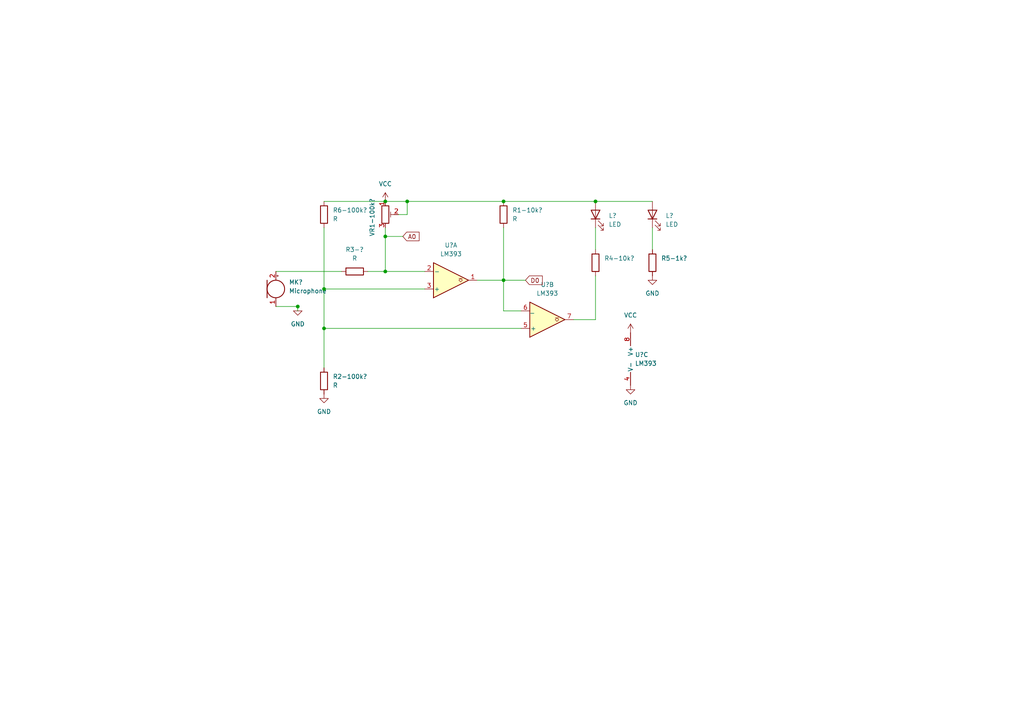
<source format=kicad_sch>
(kicad_sch (version 20211123) (generator eeschema)
  (paper "A4")
  (lib_symbols
    (symbol "Comparator:LM393" (pin_names (offset 0.127))
      (property "Reference" "U" (at 3.81 3.81 0))
      (property "Value" "LM393" (at 6.35 -3.81 0))
      (symbol "LM393_1_1"
        (polyline (pts (xy -5.08 5.08) (xy 5.08 0) (xy -5.08 -5.08) (xy -5.08 5.08)) (stroke (width 0.254)) (fill (type background)))
        (polyline (pts (xy 3.302 -0.508) (xy 2.794 -0.508) (xy 3.302 0) (xy 2.794 0.508) (xy 2.286 0) (xy 2.794 -0.508) (xy 2.286 -0.508)) (stroke (width 0.127)))
        (pin open_collector line (at 7.62 0 180) (length 2.54) (name "~") (number "1"))
        (pin input line (at -7.62 -2.54 0) (length 2.54) (name "-") (number "2"))
        (pin input line (at -7.62 2.54 0) (length 2.54) (name "+") (number "3"))
      )
      (symbol "LM393_2_1"
        (polyline (pts (xy -5.08 5.08) (xy 5.08 0) (xy -5.08 -5.08) (xy -5.08 5.08)) (stroke (width 0.254)) (fill (type background)))
        (polyline (pts (xy 3.302 -0.508) (xy 2.794 -0.508) (xy 3.302 0) (xy 2.794 0.508) (xy 2.286 0) (xy 2.794 -0.508) (xy 2.286 -0.508)) (stroke (width 0.127)))
        (pin input line (at -7.62 2.54 0) (length 2.54) (name "+") (number "5"))
        (pin input line (at -7.62 -2.54 0) (length 2.54) (name "_") (number "6"))
        (pin open_collector line (at 7.62 0 180) (length 2.54) (name "~") (number "7"))
      )
      (symbol "LM393_3_1"
        (pin power_in line (at -2.54 -7.62 90) (length 3.81) (name "V-") (number "4"))
        (pin power_in line (at -2.54 7.62 270) (length 3.81) (name "V+") (number "8"))
      )
    )
    (symbol "Device:LED" (pin_numbers hide) (pin_names (offset 1.016) hide)
      (property "Reference" "D" (at 0 2.54 0))
      (property "Value" "LED" (at 0 -2.54 0))
      (symbol "LED_0_1"
        (polyline (pts (xy -1.27 -1.27) (xy -1.27 1.27)) (stroke (width 0.254)))
        (polyline (pts (xy -1.27 0) (xy 1.27 0)))
        (polyline (pts (xy 1.27 -1.27) (xy 1.27 1.27) (xy -1.27 0) (xy 1.27 -1.27)) (stroke (width 0.254)))
        (polyline (pts (xy -3.048 -0.762) (xy -4.572 -2.286) (xy -3.81 -2.286) (xy -4.572 -2.286) (xy -4.572 -1.524)))
        (polyline (pts (xy -1.778 -0.762) (xy -3.302 -2.286) (xy -2.54 -2.286) (xy -3.302 -2.286) (xy -3.302 -1.524)))
      )
      (symbol "LED_1_1"
        (pin passive line (at -3.81 0 0) (length 2.54) (name "K") (number "1"))
        (pin passive line (at 3.81 0 180) (length 2.54) (name "A") (number "2"))
      )
    )
    (symbol "Device:Microphone" (pin_names (offset 0.0254) hide)
      (property "Reference" "MK" (at -3.81 1.27 0))
      (property "Value" "Microphone" (at -3.81 -0.635 0))
      (symbol "Microphone_0_1"
        (polyline (pts (xy -2.54 2.54) (xy -2.54 -2.54)) (stroke (width 0.254)))
        (polyline (pts (xy 0.254 3.81) (xy 0.762 3.81)))
        (polyline (pts (xy 0.508 4.064) (xy 0.508 3.556)))
        (circle (center 0 0) (radius 2.54) (stroke (width 0.254)))
      )
      (symbol "Microphone_1_1"
        (pin passive line (at 0 -5.08 90) (length 2.54) (name "-") (number "1"))
        (pin passive line (at 0 5.08 270) (length 2.54) (name "+") (number "2"))
      )
    )
    (symbol "Device:R" (pin_numbers hide) (pin_names (offset 0))
      (property "Reference" "R" (at 2.032 0 90))
      (property "Value" "R" (at 0 0 90))
      (symbol "R_0_1"
        (rectangle (start -1.016 -2.54) (end 1.016 2.54) (stroke (width 0.254)))
      )
      (symbol "R_1_1"
        (pin passive line (at 0 3.81 270) (length 1.27) (name "~") (number "1"))
        (pin passive line (at 0 -3.81 90) (length 1.27) (name "~") (number "2"))
      )
    )
    (symbol "Device:R_Potentiometer_Trim" (pin_names (offset 1.016) hide)
      (property "Reference" "RV" (at -4.445 0 90))
      (property "Value" "R_Potentiometer_Trim" (at -2.54 0 90))
      (symbol "R_Potentiometer_Trim_0_1"
        (polyline (pts (xy 1.524 0.762) (xy 1.524 -0.762)))
        (polyline (pts (xy 2.54 0) (xy 1.524 0)))
        (rectangle (start 1.016 2.54) (end -1.016 -2.54) (stroke (width 0.254)))
      )
      (symbol "R_Potentiometer_Trim_1_1"
        (pin passive line (at 0 3.81 270) (length 1.27) (name "1") (number "1"))
        (pin passive line (at 3.81 0 180) (length 1.27) (name "2") (number "2"))
        (pin passive line (at 0 -3.81 90) (length 1.27) (name "3") (number "3"))
      )
    )
    (symbol "power:GND" (power) (pin_names (offset 0))
      (property "Value" "GND" (at 0 -3.81 0))
      (symbol "GND_0_1"
        (polyline (pts (xy 0 0) (xy 0 -1.27) (xy 1.27 -1.27) (xy 0 -2.54) (xy -1.27 -1.27) (xy 0 -1.27)))
      )
      (symbol "GND_1_1"
        (pin power_in line (at 0 0 270) (length 0) hide (name "GND") (number "1"))
      )
    )
    (symbol "power:VCC" (power) (pin_names (offset 0))
      (property "Value" "VCC" (at 0 3.81 0))
      (symbol "VCC_0_1"
        (polyline (pts (xy -0.762 1.27) (xy 0 2.54)))
        (polyline (pts (xy 0 0) (xy 0 2.54)))
        (polyline (pts (xy 0 2.54) (xy 0.762 1.27)))
      )
      (symbol "VCC_1_1"
        (pin power_in line (at 0 0 90) (length 0) hide (name "VCC") (number "1"))
      )
    )
  )
  (junction (at 93.98 95.25))
  (junction (at 146.05 58.42))
  (junction (at 146.05 81.28))
  (junction (at 86.36 88.9))
  (junction (at 172.72 58.42))
  (junction (at 111.76 58.42))
  (junction (at 111.76 78.74))
  (junction (at 118.11 58.42))
  (junction (at 93.98 83.82))
  (junction (at 111.76 68.58))
  (wire (pts (xy 172.72 80.01) (xy 172.72 92.71)))
  (wire (pts (xy 111.76 66.04) (xy 111.76 68.58)))
  (wire (pts (xy 111.76 78.74) (xy 123.19 78.74)))
  (wire (pts (xy 138.43 81.28) (xy 146.05 81.28)))
  (wire (pts (xy 146.05 81.28) (xy 152.4 81.28)))
  (wire (pts (xy 172.72 92.71) (xy 166.37 92.71)))
  (wire (pts (xy 106.68 78.74) (xy 111.76 78.74)))
  (wire (pts (xy 80.01 88.9) (xy 86.36 88.9)))
  (wire (pts (xy 189.23 66.04) (xy 189.23 72.39)))
  (wire (pts (xy 172.72 58.42) (xy 189.23 58.42)))
  (wire (pts (xy 86.36 88.9) (xy 86.36 90.17)))
  (wire (pts (xy 146.05 58.42) (xy 172.72 58.42)))
  (wire (pts (xy 111.76 68.58) (xy 116.84 68.58)))
  (wire (pts (xy 146.05 90.17) (xy 151.13 90.17)))
  (wire (pts (xy 146.05 66.04) (xy 146.05 81.28)))
  (wire (pts (xy 172.72 66.04) (xy 172.72 72.39)))
  (wire (pts (xy 93.98 83.82) (xy 93.98 95.25)))
  (wire (pts (xy 93.98 95.25) (xy 93.98 106.68)))
  (wire (pts (xy 115.57 62.23) (xy 118.11 62.23)))
  (wire (pts (xy 93.98 95.25) (xy 151.13 95.25)))
  (wire (pts (xy 93.98 83.82) (xy 123.19 83.82)))
  (wire (pts (xy 111.76 58.42) (xy 118.11 58.42)))
  (wire (pts (xy 80.01 78.74) (xy 99.06 78.74)))
  (wire (pts (xy 118.11 62.23) (xy 118.11 58.42)))
  (wire (pts (xy 93.98 58.42) (xy 111.76 58.42)))
  (wire (pts (xy 146.05 81.28) (xy 146.05 90.17)))
  (wire (pts (xy 93.98 66.04) (xy 93.98 83.82)))
  (wire (pts (xy 118.11 58.42) (xy 146.05 58.42)))
  (wire (pts (xy 111.76 68.58) (xy 111.76 78.74)))
  (global_label "A0" (shape input) (at 116.84 68.58 0) (property "插入圖紙頁參考" "${INTERSHEET_REFS}" (effects hide)))
  (global_label "D0" (shape input) (at 152.4 81.28 0) (property "插入圖紙頁參考" "${INTERSHEET_REFS}" (effects hide)))
  (symbol (lib_id "Device:LED") (at 172.72 62.23 90) (unit 1)
    (property "Reference" "L?" (at 176.53 62.5474 90) (effects (justify right)))
    (property "Value" "LED" (at 176.53 65.0874 90) (effects (justify right)))
    (property "Footprint" "LED_SMD:LED_0603_1608Metric" (effects hide))
  )
  (symbol (lib_id "Device:R") (at 172.72 76.2 180) (unit 1)
    (property "Reference" "R4-10k?" (at 175.26 74.9299 0) (effects (justify right)))
    (property "Value" "R" (effects hide))
    (property "Footprint" "Resistor_SMD:R_0805_2012Metric_Pad1.20x1.40mm_HandSolder" (effects hide))
  )
  (symbol (lib_id "Device:R") (at 189.23 76.2 180) (unit 1)
    (property "Reference" "R5-1k?" (at 191.77 74.9299 0) (effects (justify right)))
    (property "Value" "R" (effects hide))
    (property "Footprint" "Resistor_SMD:R_0805_2012Metric_Pad1.20x1.40mm_HandSolder" (effects hide))
  )
  (symbol (lib_id "Device:R_Potentiometer_Trim") (at 111.76 62.23 0) (unit 1)
    (property "Reference" "VR1-100k?" (at 107.95 68.58 90) (effects (justify left)))
    (property "Value" "R_Variable" (effects hide))
    (property "Footprint" "Potentiometer_THT:Potentiometer_Bourns_3386P_Vertical" (effects hide))
  )
  (symbol (lib_id "power:GND") (at 86.36 88.9 0) (unit 1)
    (property "Reference" "#PWR?" (effects hide))
    (property "Value" "GND" (at 86.36 93.98 0))
  )
  (symbol (lib_id "Comparator:LM393") (at 158.75 92.71 0) (mirror x) (unit 2)
    (property "Reference" "U?" (at 158.75 82.55 0))
    (property "Value" "LM393" (at 158.75 85.09 0))
    (property "Footprint" "Package_SO:TSSOP-8_3x3mm_P0.65mm" (effects hide))
    (property "Datasheet" "http://www.ti.com/lit/ds/symlink/lm393.pdf" (effects hide))
  )
  (symbol (lib_id "power:GND") (at 182.88 111.76 0) (unit 1)
    (property "Reference" "#PWR?" (effects hide))
    (property "Value" "GND" (at 182.88 116.84 0))
  )
  (symbol (lib_id "power:VCC") (at 182.88 96.52 0) (unit 1)
    (property "Reference" "#PWR?" (effects hide))
    (property "Value" "VCC" (at 182.88 91.44 0))
  )
  (symbol (lib_id "Device:R") (at 93.98 110.49 180) (unit 1)
    (property "Reference" "R2-100k?" (at 96.52 109.2199 0) (effects (justify right)))
    (property "Value" "R" (at 96.52 111.7599 0) (effects (justify right)))
    (property "Footprint" "Resistor_SMD:R_0805_2012Metric_Pad1.20x1.40mm_HandSolder" (effects hide))
  )
  (symbol (lib_id "Device:LED") (at 189.23 62.23 90) (unit 1)
    (property "Reference" "L?" (at 193.04 62.5474 90) (effects (justify right)))
    (property "Value" "LED" (at 193.04 65.0874 90) (effects (justify right)))
    (property "Footprint" "LED_SMD:LED_0603_1608Metric" (effects hide))
  )
  (symbol (lib_id "Device:R") (at 146.05 62.23 180) (unit 1)
    (property "Reference" "R1-10k?" (at 148.59 60.9599 0) (effects (justify right)))
    (property "Value" "R" (at 148.59 63.4999 0) (effects (justify right)))
    (property "Footprint" "Resistor_SMD:R_0805_2012Metric_Pad1.20x1.40mm_HandSolder" (effects hide))
  )
  (symbol (lib_id "power:GND") (at 189.23 80.01 0) (unit 1)
    (property "Reference" "#PWR?" (effects hide))
    (property "Value" "GND" (at 189.23 85.09 0))
  )
  (symbol (lib_id "Device:R") (at 93.98 62.23 180) (unit 1)
    (property "Reference" "R6-100k?" (at 96.52 60.9599 0) (effects (justify right)))
    (property "Value" "R" (at 96.52 63.4999 0) (effects (justify right)))
    (property "Footprint" "Resistor_SMD:R_0805_2012Metric_Pad1.20x1.40mm_HandSolder" (effects hide))
  )
  (symbol (lib_id "Device:Microphone") (at 80.01 83.82 0) (unit 1)
    (property "Reference" "MK?" (at 83.82 81.8514 0) (effects (justify left)))
    (property "Value" "Microphone" (at 83.82 84.3914 0) (effects (justify left)))
  )
  (symbol (lib_id "Device:R") (at 102.87 78.74 90) (unit 1)
    (property "Reference" "R3-?" (at 102.87 72.39 90))
    (property "Value" "R" (at 102.87 74.93 90))
    (property "Footprint" "Resistor_SMD:R_0805_2012Metric_Pad1.20x1.40mm_HandSolder" (effects hide))
  )
  (symbol (lib_id "power:VCC") (at 111.76 58.42 0) (unit 1)
    (property "Reference" "#PWR?" (effects hide))
    (property "Value" "VCC" (at 111.76 53.34 0))
  )
  (symbol (lib_id "Comparator:LM393") (at 130.81 81.28 0) (mirror x) (unit 1)
    (property "Reference" "U?" (at 130.81 71.12 0))
    (property "Value" "LM393" (at 130.81 73.66 0))
    (property "Footprint" "Package_SO:TSSOP-8_3x3mm_P0.65mm" (effects hide))
    (property "Datasheet" "http://www.ti.com/lit/ds/symlink/lm393.pdf" (effects hide))
  )
  (symbol (lib_id "Comparator:LM393") (at 185.42 104.14 0) (unit 3)
    (property "Reference" "U?" (at 184.15 102.8699 0) (effects (justify left)))
    (property "Value" "LM393" (at 184.15 105.4099 0) (effects (justify left)))
    (property "Footprint" "Package_SO:TSSOP-8_3x3mm_P0.65mm" (effects hide))
    (property "Datasheet" "http://www.ti.com/lit/ds/symlink/lm393.pdf" (effects hide))
  )
  (symbol (lib_id "power:GND") (at 93.98 114.3 0) (unit 1)
    (property "Reference" "#PWR?" (effects hide))
    (property "Value" "GND" (at 93.98 119.38 0))
  )
)
</source>
